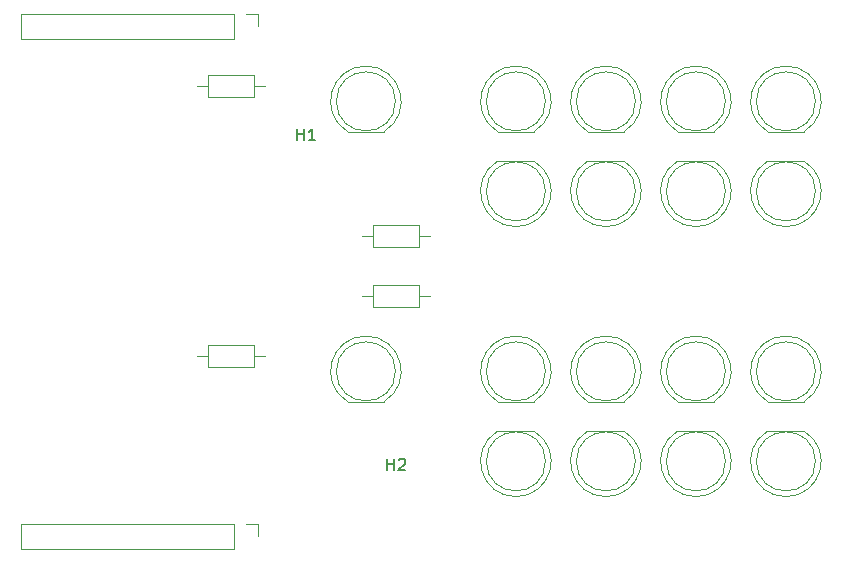
<source format=gto>
%TF.GenerationSoftware,KiCad,Pcbnew,7.0.7*%
%TF.CreationDate,2023-10-07T17:43:20-07:00*%
%TF.ProjectId,htpm_control_display,6874706d-5f63-46f6-9e74-726f6c5f6469,1*%
%TF.SameCoordinates,Original*%
%TF.FileFunction,Legend,Top*%
%TF.FilePolarity,Positive*%
%FSLAX46Y46*%
G04 Gerber Fmt 4.6, Leading zero omitted, Abs format (unit mm)*
G04 Created by KiCad (PCBNEW 7.0.7) date 2023-10-07 17:43:20*
%MOMM*%
%LPD*%
G01*
G04 APERTURE LIST*
%ADD10C,0.150000*%
%ADD11C,0.120000*%
G04 APERTURE END LIST*
D10*
X144018095Y-113794819D02*
X144018095Y-112794819D01*
X144018095Y-113271009D02*
X144589523Y-113271009D01*
X144589523Y-113794819D02*
X144589523Y-112794819D01*
X145018095Y-112890057D02*
X145065714Y-112842438D01*
X145065714Y-112842438D02*
X145160952Y-112794819D01*
X145160952Y-112794819D02*
X145399047Y-112794819D01*
X145399047Y-112794819D02*
X145494285Y-112842438D01*
X145494285Y-112842438D02*
X145541904Y-112890057D01*
X145541904Y-112890057D02*
X145589523Y-112985295D01*
X145589523Y-112985295D02*
X145589523Y-113080533D01*
X145589523Y-113080533D02*
X145541904Y-113223390D01*
X145541904Y-113223390D02*
X144970476Y-113794819D01*
X144970476Y-113794819D02*
X145589523Y-113794819D01*
X136398095Y-85854819D02*
X136398095Y-84854819D01*
X136398095Y-85331009D02*
X136969523Y-85331009D01*
X136969523Y-85854819D02*
X136969523Y-84854819D01*
X137969523Y-85854819D02*
X137398095Y-85854819D01*
X137683809Y-85854819D02*
X137683809Y-84854819D01*
X137683809Y-84854819D02*
X137588571Y-84997676D01*
X137588571Y-84997676D02*
X137493333Y-85092914D01*
X137493333Y-85092914D02*
X137398095Y-85140533D01*
D11*
%TO.C,D15*%
X156485000Y-110470000D02*
X153395000Y-110470000D01*
X154939538Y-116019999D02*
G75*
G03*
X156484830Y-110470001I462J2989999D01*
G01*
X153395170Y-110470000D02*
G75*
G03*
X154940462Y-116020000I1544830J-2560000D01*
G01*
X157440000Y-113030000D02*
G75*
G03*
X157440000Y-113030000I-2500000J0D01*
G01*
%TO.C,D2*%
X140695000Y-107970000D02*
X143785000Y-107970000D01*
X142240462Y-102420001D02*
G75*
G03*
X140695170Y-107969999I-462J-2989999D01*
G01*
X143784830Y-107970000D02*
G75*
G03*
X142239538Y-102420000I-1544830J2560000D01*
G01*
X144740000Y-105410000D02*
G75*
G03*
X144740000Y-105410000I-2500000J0D01*
G01*
%TO.C,R1*%
X127940000Y-81280000D02*
X128890000Y-81280000D01*
X128890000Y-80360000D02*
X128890000Y-82200000D01*
X128890000Y-82200000D02*
X132730000Y-82200000D01*
X132730000Y-80360000D02*
X128890000Y-80360000D01*
X132730000Y-82200000D02*
X132730000Y-80360000D01*
X133680000Y-81280000D02*
X132730000Y-81280000D01*
%TO.C,D1*%
X140695000Y-85110000D02*
X143785000Y-85110000D01*
X142240462Y-79560001D02*
G75*
G03*
X140695170Y-85109999I-462J-2989999D01*
G01*
X143784830Y-85110000D02*
G75*
G03*
X142239538Y-79560000I-1544830J2560000D01*
G01*
X144740000Y-82550000D02*
G75*
G03*
X144740000Y-82550000I-2500000J0D01*
G01*
%TO.C,D12*%
X161015000Y-107970000D02*
X164105000Y-107970000D01*
X162560462Y-102420001D02*
G75*
G03*
X161015170Y-107969999I-462J-2989999D01*
G01*
X164104830Y-107970000D02*
G75*
G03*
X162559538Y-102420000I-1544830J2560000D01*
G01*
X165060000Y-105410000D02*
G75*
G03*
X165060000Y-105410000I-2500000J0D01*
G01*
%TO.C,D5*%
X168635000Y-85110000D02*
X171725000Y-85110000D01*
X170180462Y-79560001D02*
G75*
G03*
X168635170Y-85109999I-462J-2989999D01*
G01*
X171724830Y-85110000D02*
G75*
G03*
X170179538Y-79560000I-1544830J2560000D01*
G01*
X172680000Y-82550000D02*
G75*
G03*
X172680000Y-82550000I-2500000J0D01*
G01*
%TO.C,D6*%
X176255000Y-85110000D02*
X179345000Y-85110000D01*
X177800462Y-79560001D02*
G75*
G03*
X176255170Y-85109999I-462J-2989999D01*
G01*
X179344830Y-85110000D02*
G75*
G03*
X177799538Y-79560000I-1544830J2560000D01*
G01*
X180300000Y-82550000D02*
G75*
G03*
X180300000Y-82550000I-2500000J0D01*
G01*
%TO.C,D8*%
X164105000Y-87610000D02*
X161015000Y-87610000D01*
X162559538Y-93159999D02*
G75*
G03*
X164104830Y-87610001I462J2989999D01*
G01*
X161015170Y-87610000D02*
G75*
G03*
X162560462Y-93160000I1544830J-2560000D01*
G01*
X165060000Y-90170000D02*
G75*
G03*
X165060000Y-90170000I-2500000J0D01*
G01*
%TO.C,D17*%
X171725000Y-110470000D02*
X168635000Y-110470000D01*
X170179538Y-116019999D02*
G75*
G03*
X171724830Y-110470001I462J2989999D01*
G01*
X168635170Y-110470000D02*
G75*
G03*
X170180462Y-116020000I1544830J-2560000D01*
G01*
X172680000Y-113030000D02*
G75*
G03*
X172680000Y-113030000I-2500000J0D01*
G01*
%TO.C,J1*%
X133140000Y-75140000D02*
X133140000Y-76200000D01*
X132080000Y-75140000D02*
X133140000Y-75140000D01*
X131080000Y-75140000D02*
X113020000Y-75140000D01*
X131080000Y-75140000D02*
X131080000Y-77260000D01*
X113020000Y-75140000D02*
X113020000Y-77260000D01*
X131080000Y-77260000D02*
X113020000Y-77260000D01*
%TO.C,R3*%
X141910000Y-99060000D02*
X142860000Y-99060000D01*
X142860000Y-98140000D02*
X142860000Y-99980000D01*
X142860000Y-99980000D02*
X146700000Y-99980000D01*
X146700000Y-98140000D02*
X142860000Y-98140000D01*
X146700000Y-99980000D02*
X146700000Y-98140000D01*
X147650000Y-99060000D02*
X146700000Y-99060000D01*
%TO.C,D14*%
X176255000Y-107970000D02*
X179345000Y-107970000D01*
X177800462Y-102420001D02*
G75*
G03*
X176255170Y-107969999I-462J-2989999D01*
G01*
X179344830Y-107970000D02*
G75*
G03*
X177799538Y-102420000I-1544830J2560000D01*
G01*
X180300000Y-105410000D02*
G75*
G03*
X180300000Y-105410000I-2500000J0D01*
G01*
%TO.C,D10*%
X179345000Y-87610000D02*
X176255000Y-87610000D01*
X177799538Y-93159999D02*
G75*
G03*
X179344830Y-87610001I462J2989999D01*
G01*
X176255170Y-87610000D02*
G75*
G03*
X177800462Y-93160000I1544830J-2560000D01*
G01*
X180300000Y-90170000D02*
G75*
G03*
X180300000Y-90170000I-2500000J0D01*
G01*
%TO.C,D4*%
X161015000Y-85110000D02*
X164105000Y-85110000D01*
X162560462Y-79560001D02*
G75*
G03*
X161015170Y-85109999I-462J-2989999D01*
G01*
X164104830Y-85110000D02*
G75*
G03*
X162559538Y-79560000I-1544830J2560000D01*
G01*
X165060000Y-82550000D02*
G75*
G03*
X165060000Y-82550000I-2500000J0D01*
G01*
%TO.C,D3*%
X153395000Y-85110000D02*
X156485000Y-85110000D01*
X154940462Y-79560001D02*
G75*
G03*
X153395170Y-85109999I-462J-2989999D01*
G01*
X156484830Y-85110000D02*
G75*
G03*
X154939538Y-79560000I-1544830J2560000D01*
G01*
X157440000Y-82550000D02*
G75*
G03*
X157440000Y-82550000I-2500000J0D01*
G01*
%TO.C,D16*%
X164105000Y-110470000D02*
X161015000Y-110470000D01*
X162559538Y-116019999D02*
G75*
G03*
X164104830Y-110470001I462J2989999D01*
G01*
X161015170Y-110470000D02*
G75*
G03*
X162560462Y-116020000I1544830J-2560000D01*
G01*
X165060000Y-113030000D02*
G75*
G03*
X165060000Y-113030000I-2500000J0D01*
G01*
%TO.C,D18*%
X179345000Y-110470000D02*
X176255000Y-110470000D01*
X177799538Y-116019999D02*
G75*
G03*
X179344830Y-110470001I462J2989999D01*
G01*
X176255170Y-110470000D02*
G75*
G03*
X177800462Y-116020000I1544830J-2560000D01*
G01*
X180300000Y-113030000D02*
G75*
G03*
X180300000Y-113030000I-2500000J0D01*
G01*
%TO.C,D9*%
X171725000Y-87610000D02*
X168635000Y-87610000D01*
X170179538Y-93159999D02*
G75*
G03*
X171724830Y-87610001I462J2989999D01*
G01*
X168635170Y-87610000D02*
G75*
G03*
X170180462Y-93160000I1544830J-2560000D01*
G01*
X172680000Y-90170000D02*
G75*
G03*
X172680000Y-90170000I-2500000J0D01*
G01*
%TO.C,D13*%
X168635000Y-107970000D02*
X171725000Y-107970000D01*
X170180462Y-102420001D02*
G75*
G03*
X168635170Y-107969999I-462J-2989999D01*
G01*
X171724830Y-107970000D02*
G75*
G03*
X170179538Y-102420000I-1544830J2560000D01*
G01*
X172680000Y-105410000D02*
G75*
G03*
X172680000Y-105410000I-2500000J0D01*
G01*
%TO.C,J2*%
X133140000Y-118320000D02*
X133140000Y-119380000D01*
X132080000Y-118320000D02*
X133140000Y-118320000D01*
X131080000Y-118320000D02*
X113020000Y-118320000D01*
X131080000Y-118320000D02*
X131080000Y-120440000D01*
X113020000Y-118320000D02*
X113020000Y-120440000D01*
X131080000Y-120440000D02*
X113020000Y-120440000D01*
%TO.C,D11*%
X153395000Y-107970000D02*
X156485000Y-107970000D01*
X154940462Y-102420001D02*
G75*
G03*
X153395170Y-107969999I-462J-2989999D01*
G01*
X156484830Y-107970000D02*
G75*
G03*
X154939538Y-102420000I-1544830J2560000D01*
G01*
X157440000Y-105410000D02*
G75*
G03*
X157440000Y-105410000I-2500000J0D01*
G01*
%TO.C,R4*%
X141910000Y-93980000D02*
X142860000Y-93980000D01*
X142860000Y-93060000D02*
X142860000Y-94900000D01*
X142860000Y-94900000D02*
X146700000Y-94900000D01*
X146700000Y-93060000D02*
X142860000Y-93060000D01*
X146700000Y-94900000D02*
X146700000Y-93060000D01*
X147650000Y-93980000D02*
X146700000Y-93980000D01*
%TO.C,R2*%
X127940000Y-104140000D02*
X128890000Y-104140000D01*
X128890000Y-103220000D02*
X128890000Y-105060000D01*
X128890000Y-105060000D02*
X132730000Y-105060000D01*
X132730000Y-103220000D02*
X128890000Y-103220000D01*
X132730000Y-105060000D02*
X132730000Y-103220000D01*
X133680000Y-104140000D02*
X132730000Y-104140000D01*
%TO.C,D7*%
X156485000Y-87610000D02*
X153395000Y-87610000D01*
X154939538Y-93159999D02*
G75*
G03*
X156484830Y-87610001I462J2989999D01*
G01*
X153395170Y-87610000D02*
G75*
G03*
X154940462Y-93160000I1544830J-2560000D01*
G01*
X157440000Y-90170000D02*
G75*
G03*
X157440000Y-90170000I-2500000J0D01*
G01*
%TD*%
M02*

</source>
